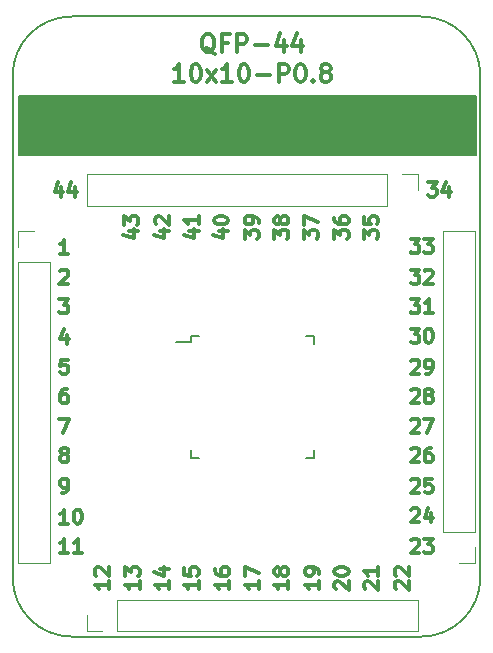
<source format=gbr>
G04 #@! TF.GenerationSoftware,KiCad,Pcbnew,5.1.4-e60b266~84~ubuntu19.04.1*
G04 #@! TF.CreationDate,2019-08-10T13:04:31+03:00*
G04 #@! TF.ProjectId,BRK-QFP-44-10x10-P0.8,42524b2d-5146-4502-9d34-342d31307831,v1.0*
G04 #@! TF.SameCoordinates,Original*
G04 #@! TF.FileFunction,Legend,Top*
G04 #@! TF.FilePolarity,Positive*
%FSLAX46Y46*%
G04 Gerber Fmt 4.6, Leading zero omitted, Abs format (unit mm)*
G04 Created by KiCad (PCBNEW 5.1.4-e60b266~84~ubuntu19.04.1) date 2019-08-10 13:04:31*
%MOMM*%
%LPD*%
G04 APERTURE LIST*
%ADD10C,0.300000*%
%ADD11C,0.150000*%
%ADD12C,0.120000*%
G04 APERTURE END LIST*
D10*
X42919285Y-44842857D02*
X42919285Y-45642857D01*
X42633571Y-44385714D02*
X42347857Y-45242857D01*
X43090714Y-45242857D01*
X44062142Y-44842857D02*
X44062142Y-45642857D01*
X43776428Y-44385714D02*
X43490714Y-45242857D01*
X44233571Y-45242857D01*
X48642857Y-48580714D02*
X49442857Y-48580714D01*
X48185714Y-48866428D02*
X49042857Y-49152142D01*
X49042857Y-48409285D01*
X48242857Y-48066428D02*
X48242857Y-47323571D01*
X48700000Y-47723571D01*
X48700000Y-47552142D01*
X48757142Y-47437857D01*
X48814285Y-47380714D01*
X48928571Y-47323571D01*
X49214285Y-47323571D01*
X49328571Y-47380714D01*
X49385714Y-47437857D01*
X49442857Y-47552142D01*
X49442857Y-47895000D01*
X49385714Y-48009285D01*
X49328571Y-48066428D01*
X51242857Y-48580714D02*
X52042857Y-48580714D01*
X50785714Y-48866428D02*
X51642857Y-49152142D01*
X51642857Y-48409285D01*
X50957142Y-48009285D02*
X50900000Y-47952142D01*
X50842857Y-47837857D01*
X50842857Y-47552142D01*
X50900000Y-47437857D01*
X50957142Y-47380714D01*
X51071428Y-47323571D01*
X51185714Y-47323571D01*
X51357142Y-47380714D01*
X52042857Y-48066428D01*
X52042857Y-47323571D01*
X53742857Y-48580714D02*
X54542857Y-48580714D01*
X53285714Y-48866428D02*
X54142857Y-49152142D01*
X54142857Y-48409285D01*
X54542857Y-47323571D02*
X54542857Y-48009285D01*
X54542857Y-47666428D02*
X53342857Y-47666428D01*
X53514285Y-47780714D01*
X53628571Y-47895000D01*
X53685714Y-48009285D01*
X56242857Y-48580714D02*
X57042857Y-48580714D01*
X55785714Y-48866428D02*
X56642857Y-49152142D01*
X56642857Y-48409285D01*
X55842857Y-47723571D02*
X55842857Y-47609285D01*
X55900000Y-47495000D01*
X55957142Y-47437857D01*
X56071428Y-47380714D01*
X56300000Y-47323571D01*
X56585714Y-47323571D01*
X56814285Y-47380714D01*
X56928571Y-47437857D01*
X56985714Y-47495000D01*
X57042857Y-47609285D01*
X57042857Y-47723571D01*
X56985714Y-47837857D01*
X56928571Y-47895000D01*
X56814285Y-47952142D01*
X56585714Y-48009285D01*
X56300000Y-48009285D01*
X56071428Y-47952142D01*
X55957142Y-47895000D01*
X55900000Y-47837857D01*
X55842857Y-47723571D01*
X58442857Y-49209285D02*
X58442857Y-48466428D01*
X58900000Y-48866428D01*
X58900000Y-48695000D01*
X58957142Y-48580714D01*
X59014285Y-48523571D01*
X59128571Y-48466428D01*
X59414285Y-48466428D01*
X59528571Y-48523571D01*
X59585714Y-48580714D01*
X59642857Y-48695000D01*
X59642857Y-49037857D01*
X59585714Y-49152142D01*
X59528571Y-49209285D01*
X59642857Y-47895000D02*
X59642857Y-47666428D01*
X59585714Y-47552142D01*
X59528571Y-47495000D01*
X59357142Y-47380714D01*
X59128571Y-47323571D01*
X58671428Y-47323571D01*
X58557142Y-47380714D01*
X58500000Y-47437857D01*
X58442857Y-47552142D01*
X58442857Y-47780714D01*
X58500000Y-47895000D01*
X58557142Y-47952142D01*
X58671428Y-48009285D01*
X58957142Y-48009285D01*
X59071428Y-47952142D01*
X59128571Y-47895000D01*
X59185714Y-47780714D01*
X59185714Y-47552142D01*
X59128571Y-47437857D01*
X59071428Y-47380714D01*
X58957142Y-47323571D01*
X60942857Y-49209285D02*
X60942857Y-48466428D01*
X61400000Y-48866428D01*
X61400000Y-48695000D01*
X61457142Y-48580714D01*
X61514285Y-48523571D01*
X61628571Y-48466428D01*
X61914285Y-48466428D01*
X62028571Y-48523571D01*
X62085714Y-48580714D01*
X62142857Y-48695000D01*
X62142857Y-49037857D01*
X62085714Y-49152142D01*
X62028571Y-49209285D01*
X61457142Y-47780714D02*
X61400000Y-47895000D01*
X61342857Y-47952142D01*
X61228571Y-48009285D01*
X61171428Y-48009285D01*
X61057142Y-47952142D01*
X61000000Y-47895000D01*
X60942857Y-47780714D01*
X60942857Y-47552142D01*
X61000000Y-47437857D01*
X61057142Y-47380714D01*
X61171428Y-47323571D01*
X61228571Y-47323571D01*
X61342857Y-47380714D01*
X61400000Y-47437857D01*
X61457142Y-47552142D01*
X61457142Y-47780714D01*
X61514285Y-47895000D01*
X61571428Y-47952142D01*
X61685714Y-48009285D01*
X61914285Y-48009285D01*
X62028571Y-47952142D01*
X62085714Y-47895000D01*
X62142857Y-47780714D01*
X62142857Y-47552142D01*
X62085714Y-47437857D01*
X62028571Y-47380714D01*
X61914285Y-47323571D01*
X61685714Y-47323571D01*
X61571428Y-47380714D01*
X61514285Y-47437857D01*
X61457142Y-47552142D01*
X63442857Y-49209285D02*
X63442857Y-48466428D01*
X63900000Y-48866428D01*
X63900000Y-48695000D01*
X63957142Y-48580714D01*
X64014285Y-48523571D01*
X64128571Y-48466428D01*
X64414285Y-48466428D01*
X64528571Y-48523571D01*
X64585714Y-48580714D01*
X64642857Y-48695000D01*
X64642857Y-49037857D01*
X64585714Y-49152142D01*
X64528571Y-49209285D01*
X63442857Y-48066428D02*
X63442857Y-47266428D01*
X64642857Y-47780714D01*
X66042857Y-49209285D02*
X66042857Y-48466428D01*
X66500000Y-48866428D01*
X66500000Y-48695000D01*
X66557142Y-48580714D01*
X66614285Y-48523571D01*
X66728571Y-48466428D01*
X67014285Y-48466428D01*
X67128571Y-48523571D01*
X67185714Y-48580714D01*
X67242857Y-48695000D01*
X67242857Y-49037857D01*
X67185714Y-49152142D01*
X67128571Y-49209285D01*
X66042857Y-47437857D02*
X66042857Y-47666428D01*
X66100000Y-47780714D01*
X66157142Y-47837857D01*
X66328571Y-47952142D01*
X66557142Y-48009285D01*
X67014285Y-48009285D01*
X67128571Y-47952142D01*
X67185714Y-47895000D01*
X67242857Y-47780714D01*
X67242857Y-47552142D01*
X67185714Y-47437857D01*
X67128571Y-47380714D01*
X67014285Y-47323571D01*
X66728571Y-47323571D01*
X66614285Y-47380714D01*
X66557142Y-47437857D01*
X66500000Y-47552142D01*
X66500000Y-47780714D01*
X66557142Y-47895000D01*
X66614285Y-47952142D01*
X66728571Y-48009285D01*
X68542857Y-49209285D02*
X68542857Y-48466428D01*
X69000000Y-48866428D01*
X69000000Y-48695000D01*
X69057142Y-48580714D01*
X69114285Y-48523571D01*
X69228571Y-48466428D01*
X69514285Y-48466428D01*
X69628571Y-48523571D01*
X69685714Y-48580714D01*
X69742857Y-48695000D01*
X69742857Y-49037857D01*
X69685714Y-49152142D01*
X69628571Y-49209285D01*
X68542857Y-47380714D02*
X68542857Y-47952142D01*
X69114285Y-48009285D01*
X69057142Y-47952142D01*
X69000000Y-47837857D01*
X69000000Y-47552142D01*
X69057142Y-47437857D01*
X69114285Y-47380714D01*
X69228571Y-47323571D01*
X69514285Y-47323571D01*
X69628571Y-47380714D01*
X69685714Y-47437857D01*
X69742857Y-47552142D01*
X69742857Y-47837857D01*
X69685714Y-47952142D01*
X69628571Y-48009285D01*
X73966428Y-44442857D02*
X74709285Y-44442857D01*
X74309285Y-44900000D01*
X74480714Y-44900000D01*
X74595000Y-44957142D01*
X74652142Y-45014285D01*
X74709285Y-45128571D01*
X74709285Y-45414285D01*
X74652142Y-45528571D01*
X74595000Y-45585714D01*
X74480714Y-45642857D01*
X74137857Y-45642857D01*
X74023571Y-45585714D01*
X73966428Y-45528571D01*
X75737857Y-44842857D02*
X75737857Y-45642857D01*
X75452142Y-44385714D02*
X75166428Y-45242857D01*
X75909285Y-45242857D01*
X72490714Y-49242857D02*
X73233571Y-49242857D01*
X72833571Y-49700000D01*
X73005000Y-49700000D01*
X73119285Y-49757142D01*
X73176428Y-49814285D01*
X73233571Y-49928571D01*
X73233571Y-50214285D01*
X73176428Y-50328571D01*
X73119285Y-50385714D01*
X73005000Y-50442857D01*
X72662142Y-50442857D01*
X72547857Y-50385714D01*
X72490714Y-50328571D01*
X73633571Y-49242857D02*
X74376428Y-49242857D01*
X73976428Y-49700000D01*
X74147857Y-49700000D01*
X74262142Y-49757142D01*
X74319285Y-49814285D01*
X74376428Y-49928571D01*
X74376428Y-50214285D01*
X74319285Y-50328571D01*
X74262142Y-50385714D01*
X74147857Y-50442857D01*
X73805000Y-50442857D01*
X73690714Y-50385714D01*
X73633571Y-50328571D01*
X72490714Y-51842857D02*
X73233571Y-51842857D01*
X72833571Y-52300000D01*
X73005000Y-52300000D01*
X73119285Y-52357142D01*
X73176428Y-52414285D01*
X73233571Y-52528571D01*
X73233571Y-52814285D01*
X73176428Y-52928571D01*
X73119285Y-52985714D01*
X73005000Y-53042857D01*
X72662142Y-53042857D01*
X72547857Y-52985714D01*
X72490714Y-52928571D01*
X73690714Y-51957142D02*
X73747857Y-51900000D01*
X73862142Y-51842857D01*
X74147857Y-51842857D01*
X74262142Y-51900000D01*
X74319285Y-51957142D01*
X74376428Y-52071428D01*
X74376428Y-52185714D01*
X74319285Y-52357142D01*
X73633571Y-53042857D01*
X74376428Y-53042857D01*
X72490714Y-54342857D02*
X73233571Y-54342857D01*
X72833571Y-54800000D01*
X73005000Y-54800000D01*
X73119285Y-54857142D01*
X73176428Y-54914285D01*
X73233571Y-55028571D01*
X73233571Y-55314285D01*
X73176428Y-55428571D01*
X73119285Y-55485714D01*
X73005000Y-55542857D01*
X72662142Y-55542857D01*
X72547857Y-55485714D01*
X72490714Y-55428571D01*
X74376428Y-55542857D02*
X73690714Y-55542857D01*
X74033571Y-55542857D02*
X74033571Y-54342857D01*
X73919285Y-54514285D01*
X73805000Y-54628571D01*
X73690714Y-54685714D01*
X72490714Y-56842857D02*
X73233571Y-56842857D01*
X72833571Y-57300000D01*
X73005000Y-57300000D01*
X73119285Y-57357142D01*
X73176428Y-57414285D01*
X73233571Y-57528571D01*
X73233571Y-57814285D01*
X73176428Y-57928571D01*
X73119285Y-57985714D01*
X73005000Y-58042857D01*
X72662142Y-58042857D01*
X72547857Y-57985714D01*
X72490714Y-57928571D01*
X73976428Y-56842857D02*
X74090714Y-56842857D01*
X74205000Y-56900000D01*
X74262142Y-56957142D01*
X74319285Y-57071428D01*
X74376428Y-57300000D01*
X74376428Y-57585714D01*
X74319285Y-57814285D01*
X74262142Y-57928571D01*
X74205000Y-57985714D01*
X74090714Y-58042857D01*
X73976428Y-58042857D01*
X73862142Y-57985714D01*
X73805000Y-57928571D01*
X73747857Y-57814285D01*
X73690714Y-57585714D01*
X73690714Y-57300000D01*
X73747857Y-57071428D01*
X73805000Y-56957142D01*
X73862142Y-56900000D01*
X73976428Y-56842857D01*
X72547857Y-59557142D02*
X72605000Y-59500000D01*
X72719285Y-59442857D01*
X73005000Y-59442857D01*
X73119285Y-59500000D01*
X73176428Y-59557142D01*
X73233571Y-59671428D01*
X73233571Y-59785714D01*
X73176428Y-59957142D01*
X72490714Y-60642857D01*
X73233571Y-60642857D01*
X73805000Y-60642857D02*
X74033571Y-60642857D01*
X74147857Y-60585714D01*
X74205000Y-60528571D01*
X74319285Y-60357142D01*
X74376428Y-60128571D01*
X74376428Y-59671428D01*
X74319285Y-59557142D01*
X74262142Y-59500000D01*
X74147857Y-59442857D01*
X73919285Y-59442857D01*
X73805000Y-59500000D01*
X73747857Y-59557142D01*
X73690714Y-59671428D01*
X73690714Y-59957142D01*
X73747857Y-60071428D01*
X73805000Y-60128571D01*
X73919285Y-60185714D01*
X74147857Y-60185714D01*
X74262142Y-60128571D01*
X74319285Y-60071428D01*
X74376428Y-59957142D01*
X72547857Y-62057142D02*
X72605000Y-62000000D01*
X72719285Y-61942857D01*
X73005000Y-61942857D01*
X73119285Y-62000000D01*
X73176428Y-62057142D01*
X73233571Y-62171428D01*
X73233571Y-62285714D01*
X73176428Y-62457142D01*
X72490714Y-63142857D01*
X73233571Y-63142857D01*
X73919285Y-62457142D02*
X73805000Y-62400000D01*
X73747857Y-62342857D01*
X73690714Y-62228571D01*
X73690714Y-62171428D01*
X73747857Y-62057142D01*
X73805000Y-62000000D01*
X73919285Y-61942857D01*
X74147857Y-61942857D01*
X74262142Y-62000000D01*
X74319285Y-62057142D01*
X74376428Y-62171428D01*
X74376428Y-62228571D01*
X74319285Y-62342857D01*
X74262142Y-62400000D01*
X74147857Y-62457142D01*
X73919285Y-62457142D01*
X73805000Y-62514285D01*
X73747857Y-62571428D01*
X73690714Y-62685714D01*
X73690714Y-62914285D01*
X73747857Y-63028571D01*
X73805000Y-63085714D01*
X73919285Y-63142857D01*
X74147857Y-63142857D01*
X74262142Y-63085714D01*
X74319285Y-63028571D01*
X74376428Y-62914285D01*
X74376428Y-62685714D01*
X74319285Y-62571428D01*
X74262142Y-62514285D01*
X74147857Y-62457142D01*
X72547857Y-64557142D02*
X72605000Y-64500000D01*
X72719285Y-64442857D01*
X73005000Y-64442857D01*
X73119285Y-64500000D01*
X73176428Y-64557142D01*
X73233571Y-64671428D01*
X73233571Y-64785714D01*
X73176428Y-64957142D01*
X72490714Y-65642857D01*
X73233571Y-65642857D01*
X73633571Y-64442857D02*
X74433571Y-64442857D01*
X73919285Y-65642857D01*
X72547857Y-67057142D02*
X72605000Y-67000000D01*
X72719285Y-66942857D01*
X73005000Y-66942857D01*
X73119285Y-67000000D01*
X73176428Y-67057142D01*
X73233571Y-67171428D01*
X73233571Y-67285714D01*
X73176428Y-67457142D01*
X72490714Y-68142857D01*
X73233571Y-68142857D01*
X74262142Y-66942857D02*
X74033571Y-66942857D01*
X73919285Y-67000000D01*
X73862142Y-67057142D01*
X73747857Y-67228571D01*
X73690714Y-67457142D01*
X73690714Y-67914285D01*
X73747857Y-68028571D01*
X73805000Y-68085714D01*
X73919285Y-68142857D01*
X74147857Y-68142857D01*
X74262142Y-68085714D01*
X74319285Y-68028571D01*
X74376428Y-67914285D01*
X74376428Y-67628571D01*
X74319285Y-67514285D01*
X74262142Y-67457142D01*
X74147857Y-67400000D01*
X73919285Y-67400000D01*
X73805000Y-67457142D01*
X73747857Y-67514285D01*
X73690714Y-67628571D01*
X72547857Y-69657142D02*
X72605000Y-69600000D01*
X72719285Y-69542857D01*
X73005000Y-69542857D01*
X73119285Y-69600000D01*
X73176428Y-69657142D01*
X73233571Y-69771428D01*
X73233571Y-69885714D01*
X73176428Y-70057142D01*
X72490714Y-70742857D01*
X73233571Y-70742857D01*
X74319285Y-69542857D02*
X73747857Y-69542857D01*
X73690714Y-70114285D01*
X73747857Y-70057142D01*
X73862142Y-70000000D01*
X74147857Y-70000000D01*
X74262142Y-70057142D01*
X74319285Y-70114285D01*
X74376428Y-70228571D01*
X74376428Y-70514285D01*
X74319285Y-70628571D01*
X74262142Y-70685714D01*
X74147857Y-70742857D01*
X73862142Y-70742857D01*
X73747857Y-70685714D01*
X73690714Y-70628571D01*
X72547857Y-72157142D02*
X72605000Y-72100000D01*
X72719285Y-72042857D01*
X73005000Y-72042857D01*
X73119285Y-72100000D01*
X73176428Y-72157142D01*
X73233571Y-72271428D01*
X73233571Y-72385714D01*
X73176428Y-72557142D01*
X72490714Y-73242857D01*
X73233571Y-73242857D01*
X74262142Y-72442857D02*
X74262142Y-73242857D01*
X73976428Y-71985714D02*
X73690714Y-72842857D01*
X74433571Y-72842857D01*
X72547857Y-74757142D02*
X72605000Y-74700000D01*
X72719285Y-74642857D01*
X73005000Y-74642857D01*
X73119285Y-74700000D01*
X73176428Y-74757142D01*
X73233571Y-74871428D01*
X73233571Y-74985714D01*
X73176428Y-75157142D01*
X72490714Y-75842857D01*
X73233571Y-75842857D01*
X73633571Y-74642857D02*
X74376428Y-74642857D01*
X73976428Y-75100000D01*
X74147857Y-75100000D01*
X74262142Y-75157142D01*
X74319285Y-75214285D01*
X74376428Y-75328571D01*
X74376428Y-75614285D01*
X74319285Y-75728571D01*
X74262142Y-75785714D01*
X74147857Y-75842857D01*
X73805000Y-75842857D01*
X73690714Y-75785714D01*
X73633571Y-75728571D01*
X71257142Y-78876428D02*
X71200000Y-78819285D01*
X71142857Y-78705000D01*
X71142857Y-78419285D01*
X71200000Y-78305000D01*
X71257142Y-78247857D01*
X71371428Y-78190714D01*
X71485714Y-78190714D01*
X71657142Y-78247857D01*
X72342857Y-78933571D01*
X72342857Y-78190714D01*
X71257142Y-77733571D02*
X71200000Y-77676428D01*
X71142857Y-77562142D01*
X71142857Y-77276428D01*
X71200000Y-77162142D01*
X71257142Y-77105000D01*
X71371428Y-77047857D01*
X71485714Y-77047857D01*
X71657142Y-77105000D01*
X72342857Y-77790714D01*
X72342857Y-77047857D01*
X68657142Y-78876428D02*
X68600000Y-78819285D01*
X68542857Y-78705000D01*
X68542857Y-78419285D01*
X68600000Y-78305000D01*
X68657142Y-78247857D01*
X68771428Y-78190714D01*
X68885714Y-78190714D01*
X69057142Y-78247857D01*
X69742857Y-78933571D01*
X69742857Y-78190714D01*
X69742857Y-77047857D02*
X69742857Y-77733571D01*
X69742857Y-77390714D02*
X68542857Y-77390714D01*
X68714285Y-77505000D01*
X68828571Y-77619285D01*
X68885714Y-77733571D01*
X66157142Y-78876428D02*
X66100000Y-78819285D01*
X66042857Y-78705000D01*
X66042857Y-78419285D01*
X66100000Y-78305000D01*
X66157142Y-78247857D01*
X66271428Y-78190714D01*
X66385714Y-78190714D01*
X66557142Y-78247857D01*
X67242857Y-78933571D01*
X67242857Y-78190714D01*
X66042857Y-77447857D02*
X66042857Y-77333571D01*
X66100000Y-77219285D01*
X66157142Y-77162142D01*
X66271428Y-77105000D01*
X66500000Y-77047857D01*
X66785714Y-77047857D01*
X67014285Y-77105000D01*
X67128571Y-77162142D01*
X67185714Y-77219285D01*
X67242857Y-77333571D01*
X67242857Y-77447857D01*
X67185714Y-77562142D01*
X67128571Y-77619285D01*
X67014285Y-77676428D01*
X66785714Y-77733571D01*
X66500000Y-77733571D01*
X66271428Y-77676428D01*
X66157142Y-77619285D01*
X66100000Y-77562142D01*
X66042857Y-77447857D01*
X64742857Y-78190714D02*
X64742857Y-78876428D01*
X64742857Y-78533571D02*
X63542857Y-78533571D01*
X63714285Y-78647857D01*
X63828571Y-78762142D01*
X63885714Y-78876428D01*
X64742857Y-77619285D02*
X64742857Y-77390714D01*
X64685714Y-77276428D01*
X64628571Y-77219285D01*
X64457142Y-77105000D01*
X64228571Y-77047857D01*
X63771428Y-77047857D01*
X63657142Y-77105000D01*
X63600000Y-77162142D01*
X63542857Y-77276428D01*
X63542857Y-77505000D01*
X63600000Y-77619285D01*
X63657142Y-77676428D01*
X63771428Y-77733571D01*
X64057142Y-77733571D01*
X64171428Y-77676428D01*
X64228571Y-77619285D01*
X64285714Y-77505000D01*
X64285714Y-77276428D01*
X64228571Y-77162142D01*
X64171428Y-77105000D01*
X64057142Y-77047857D01*
X62142857Y-78190714D02*
X62142857Y-78876428D01*
X62142857Y-78533571D02*
X60942857Y-78533571D01*
X61114285Y-78647857D01*
X61228571Y-78762142D01*
X61285714Y-78876428D01*
X61457142Y-77505000D02*
X61400000Y-77619285D01*
X61342857Y-77676428D01*
X61228571Y-77733571D01*
X61171428Y-77733571D01*
X61057142Y-77676428D01*
X61000000Y-77619285D01*
X60942857Y-77505000D01*
X60942857Y-77276428D01*
X61000000Y-77162142D01*
X61057142Y-77105000D01*
X61171428Y-77047857D01*
X61228571Y-77047857D01*
X61342857Y-77105000D01*
X61400000Y-77162142D01*
X61457142Y-77276428D01*
X61457142Y-77505000D01*
X61514285Y-77619285D01*
X61571428Y-77676428D01*
X61685714Y-77733571D01*
X61914285Y-77733571D01*
X62028571Y-77676428D01*
X62085714Y-77619285D01*
X62142857Y-77505000D01*
X62142857Y-77276428D01*
X62085714Y-77162142D01*
X62028571Y-77105000D01*
X61914285Y-77047857D01*
X61685714Y-77047857D01*
X61571428Y-77105000D01*
X61514285Y-77162142D01*
X61457142Y-77276428D01*
X59642857Y-78190714D02*
X59642857Y-78876428D01*
X59642857Y-78533571D02*
X58442857Y-78533571D01*
X58614285Y-78647857D01*
X58728571Y-78762142D01*
X58785714Y-78876428D01*
X58442857Y-77790714D02*
X58442857Y-76990714D01*
X59642857Y-77505000D01*
X57142857Y-78190714D02*
X57142857Y-78876428D01*
X57142857Y-78533571D02*
X55942857Y-78533571D01*
X56114285Y-78647857D01*
X56228571Y-78762142D01*
X56285714Y-78876428D01*
X55942857Y-77162142D02*
X55942857Y-77390714D01*
X56000000Y-77505000D01*
X56057142Y-77562142D01*
X56228571Y-77676428D01*
X56457142Y-77733571D01*
X56914285Y-77733571D01*
X57028571Y-77676428D01*
X57085714Y-77619285D01*
X57142857Y-77505000D01*
X57142857Y-77276428D01*
X57085714Y-77162142D01*
X57028571Y-77105000D01*
X56914285Y-77047857D01*
X56628571Y-77047857D01*
X56514285Y-77105000D01*
X56457142Y-77162142D01*
X56400000Y-77276428D01*
X56400000Y-77505000D01*
X56457142Y-77619285D01*
X56514285Y-77676428D01*
X56628571Y-77733571D01*
X54542857Y-78190714D02*
X54542857Y-78876428D01*
X54542857Y-78533571D02*
X53342857Y-78533571D01*
X53514285Y-78647857D01*
X53628571Y-78762142D01*
X53685714Y-78876428D01*
X53342857Y-77105000D02*
X53342857Y-77676428D01*
X53914285Y-77733571D01*
X53857142Y-77676428D01*
X53800000Y-77562142D01*
X53800000Y-77276428D01*
X53857142Y-77162142D01*
X53914285Y-77105000D01*
X54028571Y-77047857D01*
X54314285Y-77047857D01*
X54428571Y-77105000D01*
X54485714Y-77162142D01*
X54542857Y-77276428D01*
X54542857Y-77562142D01*
X54485714Y-77676428D01*
X54428571Y-77733571D01*
X52042857Y-78190714D02*
X52042857Y-78876428D01*
X52042857Y-78533571D02*
X50842857Y-78533571D01*
X51014285Y-78647857D01*
X51128571Y-78762142D01*
X51185714Y-78876428D01*
X51242857Y-77162142D02*
X52042857Y-77162142D01*
X50785714Y-77447857D02*
X51642857Y-77733571D01*
X51642857Y-76990714D01*
D11*
X73400000Y-30400000D02*
G75*
G02X78400000Y-35400000I0J-5000000D01*
G01*
X38800000Y-35400000D02*
G75*
G02X43800000Y-30400000I5000000J0D01*
G01*
X78400000Y-77900000D02*
G75*
G02X73400000Y-82900000I-5000000J0D01*
G01*
D10*
X43509285Y-73342857D02*
X42823571Y-73342857D01*
X43166428Y-73342857D02*
X43166428Y-72142857D01*
X43052142Y-72314285D01*
X42937857Y-72428571D01*
X42823571Y-72485714D01*
X44252142Y-72142857D02*
X44366428Y-72142857D01*
X44480714Y-72200000D01*
X44537857Y-72257142D01*
X44595000Y-72371428D01*
X44652142Y-72600000D01*
X44652142Y-72885714D01*
X44595000Y-73114285D01*
X44537857Y-73228571D01*
X44480714Y-73285714D01*
X44366428Y-73342857D01*
X44252142Y-73342857D01*
X44137857Y-73285714D01*
X44080714Y-73228571D01*
X44023571Y-73114285D01*
X43966428Y-72885714D01*
X43966428Y-72600000D01*
X44023571Y-72371428D01*
X44080714Y-72257142D01*
X44137857Y-72200000D01*
X44252142Y-72142857D01*
X42937857Y-70742857D02*
X43166428Y-70742857D01*
X43280714Y-70685714D01*
X43337857Y-70628571D01*
X43452142Y-70457142D01*
X43509285Y-70228571D01*
X43509285Y-69771428D01*
X43452142Y-69657142D01*
X43395000Y-69600000D01*
X43280714Y-69542857D01*
X43052142Y-69542857D01*
X42937857Y-69600000D01*
X42880714Y-69657142D01*
X42823571Y-69771428D01*
X42823571Y-70057142D01*
X42880714Y-70171428D01*
X42937857Y-70228571D01*
X43052142Y-70285714D01*
X43280714Y-70285714D01*
X43395000Y-70228571D01*
X43452142Y-70171428D01*
X43509285Y-70057142D01*
X43052142Y-67457142D02*
X42937857Y-67400000D01*
X42880714Y-67342857D01*
X42823571Y-67228571D01*
X42823571Y-67171428D01*
X42880714Y-67057142D01*
X42937857Y-67000000D01*
X43052142Y-66942857D01*
X43280714Y-66942857D01*
X43395000Y-67000000D01*
X43452142Y-67057142D01*
X43509285Y-67171428D01*
X43509285Y-67228571D01*
X43452142Y-67342857D01*
X43395000Y-67400000D01*
X43280714Y-67457142D01*
X43052142Y-67457142D01*
X42937857Y-67514285D01*
X42880714Y-67571428D01*
X42823571Y-67685714D01*
X42823571Y-67914285D01*
X42880714Y-68028571D01*
X42937857Y-68085714D01*
X43052142Y-68142857D01*
X43280714Y-68142857D01*
X43395000Y-68085714D01*
X43452142Y-68028571D01*
X43509285Y-67914285D01*
X43509285Y-67685714D01*
X43452142Y-67571428D01*
X43395000Y-67514285D01*
X43280714Y-67457142D01*
X42766428Y-64442857D02*
X43566428Y-64442857D01*
X43052142Y-65642857D01*
X43395000Y-61942857D02*
X43166428Y-61942857D01*
X43052142Y-62000000D01*
X42995000Y-62057142D01*
X42880714Y-62228571D01*
X42823571Y-62457142D01*
X42823571Y-62914285D01*
X42880714Y-63028571D01*
X42937857Y-63085714D01*
X43052142Y-63142857D01*
X43280714Y-63142857D01*
X43395000Y-63085714D01*
X43452142Y-63028571D01*
X43509285Y-62914285D01*
X43509285Y-62628571D01*
X43452142Y-62514285D01*
X43395000Y-62457142D01*
X43280714Y-62400000D01*
X43052142Y-62400000D01*
X42937857Y-62457142D01*
X42880714Y-62514285D01*
X42823571Y-62628571D01*
X43452142Y-59442857D02*
X42880714Y-59442857D01*
X42823571Y-60014285D01*
X42880714Y-59957142D01*
X42995000Y-59900000D01*
X43280714Y-59900000D01*
X43395000Y-59957142D01*
X43452142Y-60014285D01*
X43509285Y-60128571D01*
X43509285Y-60414285D01*
X43452142Y-60528571D01*
X43395000Y-60585714D01*
X43280714Y-60642857D01*
X42995000Y-60642857D01*
X42880714Y-60585714D01*
X42823571Y-60528571D01*
X43395000Y-57342857D02*
X43395000Y-58142857D01*
X43109285Y-56885714D02*
X42823571Y-57742857D01*
X43566428Y-57742857D01*
X42766428Y-54342857D02*
X43509285Y-54342857D01*
X43109285Y-54800000D01*
X43280714Y-54800000D01*
X43395000Y-54857142D01*
X43452142Y-54914285D01*
X43509285Y-55028571D01*
X43509285Y-55314285D01*
X43452142Y-55428571D01*
X43395000Y-55485714D01*
X43280714Y-55542857D01*
X42937857Y-55542857D01*
X42823571Y-55485714D01*
X42766428Y-55428571D01*
X49542857Y-78190714D02*
X49542857Y-78876428D01*
X49542857Y-78533571D02*
X48342857Y-78533571D01*
X48514285Y-78647857D01*
X48628571Y-78762142D01*
X48685714Y-78876428D01*
X48342857Y-77790714D02*
X48342857Y-77047857D01*
X48800000Y-77447857D01*
X48800000Y-77276428D01*
X48857142Y-77162142D01*
X48914285Y-77105000D01*
X49028571Y-77047857D01*
X49314285Y-77047857D01*
X49428571Y-77105000D01*
X49485714Y-77162142D01*
X49542857Y-77276428D01*
X49542857Y-77619285D01*
X49485714Y-77733571D01*
X49428571Y-77790714D01*
X46942857Y-78190714D02*
X46942857Y-78876428D01*
X46942857Y-78533571D02*
X45742857Y-78533571D01*
X45914285Y-78647857D01*
X46028571Y-78762142D01*
X46085714Y-78876428D01*
X45857142Y-77733571D02*
X45800000Y-77676428D01*
X45742857Y-77562142D01*
X45742857Y-77276428D01*
X45800000Y-77162142D01*
X45857142Y-77105000D01*
X45971428Y-77047857D01*
X46085714Y-77047857D01*
X46257142Y-77105000D01*
X46942857Y-77790714D01*
X46942857Y-77047857D01*
X43509285Y-75842857D02*
X42823571Y-75842857D01*
X43166428Y-75842857D02*
X43166428Y-74642857D01*
X43052142Y-74814285D01*
X42937857Y-74928571D01*
X42823571Y-74985714D01*
X44652142Y-75842857D02*
X43966428Y-75842857D01*
X44309285Y-75842857D02*
X44309285Y-74642857D01*
X44195000Y-74814285D01*
X44080714Y-74928571D01*
X43966428Y-74985714D01*
X42823571Y-51957142D02*
X42880714Y-51900000D01*
X42995000Y-51842857D01*
X43280714Y-51842857D01*
X43395000Y-51900000D01*
X43452142Y-51957142D01*
X43509285Y-52071428D01*
X43509285Y-52185714D01*
X43452142Y-52357142D01*
X42766428Y-53042857D01*
X43509285Y-53042857D01*
D11*
X43800000Y-82900000D02*
G75*
G02X38800000Y-77900000I0J5000000D01*
G01*
D10*
X43509285Y-50542857D02*
X42823571Y-50542857D01*
X43166428Y-50542857D02*
X43166428Y-49342857D01*
X43052142Y-49514285D01*
X42937857Y-49628571D01*
X42823571Y-49685714D01*
D11*
X73400000Y-82900000D02*
X43800000Y-82900000D01*
G36*
X78000000Y-42100000D02*
G01*
X39300000Y-42100000D01*
X39300000Y-37100000D01*
X78000000Y-37100000D01*
X78000000Y-42100000D01*
G37*
X78000000Y-42100000D02*
X39300000Y-42100000D01*
X39300000Y-37100000D01*
X78000000Y-37100000D01*
X78000000Y-42100000D01*
X78400000Y-35400000D02*
X78400000Y-77900000D01*
D10*
X55921428Y-33546428D02*
X55778571Y-33475000D01*
X55635714Y-33332142D01*
X55421428Y-33117857D01*
X55278571Y-33046428D01*
X55135714Y-33046428D01*
X55207142Y-33403571D02*
X55064285Y-33332142D01*
X54921428Y-33189285D01*
X54850000Y-32903571D01*
X54850000Y-32403571D01*
X54921428Y-32117857D01*
X55064285Y-31975000D01*
X55207142Y-31903571D01*
X55492857Y-31903571D01*
X55635714Y-31975000D01*
X55778571Y-32117857D01*
X55850000Y-32403571D01*
X55850000Y-32903571D01*
X55778571Y-33189285D01*
X55635714Y-33332142D01*
X55492857Y-33403571D01*
X55207142Y-33403571D01*
X56992857Y-32617857D02*
X56492857Y-32617857D01*
X56492857Y-33403571D02*
X56492857Y-31903571D01*
X57207142Y-31903571D01*
X57778571Y-33403571D02*
X57778571Y-31903571D01*
X58350000Y-31903571D01*
X58492857Y-31975000D01*
X58564285Y-32046428D01*
X58635714Y-32189285D01*
X58635714Y-32403571D01*
X58564285Y-32546428D01*
X58492857Y-32617857D01*
X58350000Y-32689285D01*
X57778571Y-32689285D01*
X59278571Y-32832142D02*
X60421428Y-32832142D01*
X61778571Y-32403571D02*
X61778571Y-33403571D01*
X61421428Y-31832142D02*
X61064285Y-32903571D01*
X61992857Y-32903571D01*
X63207142Y-32403571D02*
X63207142Y-33403571D01*
X62850000Y-31832142D02*
X62492857Y-32903571D01*
X63421428Y-32903571D01*
X53314285Y-35953571D02*
X52457142Y-35953571D01*
X52885714Y-35953571D02*
X52885714Y-34453571D01*
X52742857Y-34667857D01*
X52599999Y-34810714D01*
X52457142Y-34882142D01*
X54242857Y-34453571D02*
X54385714Y-34453571D01*
X54528571Y-34525000D01*
X54599999Y-34596428D01*
X54671428Y-34739285D01*
X54742857Y-35025000D01*
X54742857Y-35382142D01*
X54671428Y-35667857D01*
X54599999Y-35810714D01*
X54528571Y-35882142D01*
X54385714Y-35953571D01*
X54242857Y-35953571D01*
X54099999Y-35882142D01*
X54028571Y-35810714D01*
X53957142Y-35667857D01*
X53885714Y-35382142D01*
X53885714Y-35025000D01*
X53957142Y-34739285D01*
X54028571Y-34596428D01*
X54099999Y-34525000D01*
X54242857Y-34453571D01*
X55242857Y-35953571D02*
X56028571Y-34953571D01*
X55242857Y-34953571D02*
X56028571Y-35953571D01*
X57385714Y-35953571D02*
X56528571Y-35953571D01*
X56957142Y-35953571D02*
X56957142Y-34453571D01*
X56814285Y-34667857D01*
X56671428Y-34810714D01*
X56528571Y-34882142D01*
X58314285Y-34453571D02*
X58457142Y-34453571D01*
X58599999Y-34525000D01*
X58671428Y-34596428D01*
X58742857Y-34739285D01*
X58814285Y-35025000D01*
X58814285Y-35382142D01*
X58742857Y-35667857D01*
X58671428Y-35810714D01*
X58599999Y-35882142D01*
X58457142Y-35953571D01*
X58314285Y-35953571D01*
X58171428Y-35882142D01*
X58099999Y-35810714D01*
X58028571Y-35667857D01*
X57957142Y-35382142D01*
X57957142Y-35025000D01*
X58028571Y-34739285D01*
X58099999Y-34596428D01*
X58171428Y-34525000D01*
X58314285Y-34453571D01*
X59457142Y-35382142D02*
X60599999Y-35382142D01*
X61314285Y-35953571D02*
X61314285Y-34453571D01*
X61885714Y-34453571D01*
X62028571Y-34525000D01*
X62099999Y-34596428D01*
X62171428Y-34739285D01*
X62171428Y-34953571D01*
X62099999Y-35096428D01*
X62028571Y-35167857D01*
X61885714Y-35239285D01*
X61314285Y-35239285D01*
X63099999Y-34453571D02*
X63242857Y-34453571D01*
X63385714Y-34525000D01*
X63457142Y-34596428D01*
X63528571Y-34739285D01*
X63599999Y-35025000D01*
X63599999Y-35382142D01*
X63528571Y-35667857D01*
X63457142Y-35810714D01*
X63385714Y-35882142D01*
X63242857Y-35953571D01*
X63099999Y-35953571D01*
X62957142Y-35882142D01*
X62885714Y-35810714D01*
X62814285Y-35667857D01*
X62742857Y-35382142D01*
X62742857Y-35025000D01*
X62814285Y-34739285D01*
X62885714Y-34596428D01*
X62957142Y-34525000D01*
X63099999Y-34453571D01*
X64242857Y-35810714D02*
X64314285Y-35882142D01*
X64242857Y-35953571D01*
X64171428Y-35882142D01*
X64242857Y-35810714D01*
X64242857Y-35953571D01*
X65171428Y-35096428D02*
X65028571Y-35025000D01*
X64957142Y-34953571D01*
X64885714Y-34810714D01*
X64885714Y-34739285D01*
X64957142Y-34596428D01*
X65028571Y-34525000D01*
X65171428Y-34453571D01*
X65457142Y-34453571D01*
X65599999Y-34525000D01*
X65671428Y-34596428D01*
X65742857Y-34739285D01*
X65742857Y-34810714D01*
X65671428Y-34953571D01*
X65599999Y-35025000D01*
X65457142Y-35096428D01*
X65171428Y-35096428D01*
X65028571Y-35167857D01*
X64957142Y-35239285D01*
X64885714Y-35382142D01*
X64885714Y-35667857D01*
X64957142Y-35810714D01*
X65028571Y-35882142D01*
X65171428Y-35953571D01*
X65457142Y-35953571D01*
X65599999Y-35882142D01*
X65671428Y-35810714D01*
X65742857Y-35667857D01*
X65742857Y-35382142D01*
X65671428Y-35239285D01*
X65599999Y-35167857D01*
X65457142Y-35096428D01*
D11*
X43800000Y-30400000D02*
X73400000Y-30400000D01*
X38800000Y-77900000D02*
X38800000Y-35400000D01*
X53925000Y-58000000D02*
X52650000Y-58000000D01*
X64275000Y-57425000D02*
X63600000Y-57425000D01*
X64275000Y-67775000D02*
X63600000Y-67775000D01*
X53925000Y-67775000D02*
X54600000Y-67775000D01*
X53925000Y-57425000D02*
X54600000Y-57425000D01*
X53925000Y-67775000D02*
X53925000Y-67100000D01*
X64275000Y-67775000D02*
X64275000Y-67100000D01*
X64275000Y-57425000D02*
X64275000Y-58100000D01*
X53925000Y-57425000D02*
X53925000Y-58000000D01*
D12*
X73130000Y-43770000D02*
X73130000Y-45100000D01*
X71800000Y-43770000D02*
X73130000Y-43770000D01*
X70530000Y-43770000D02*
X70530000Y-46430000D01*
X70530000Y-46430000D02*
X45070000Y-46430000D01*
X70530000Y-43770000D02*
X45070000Y-43770000D01*
X45070000Y-43770000D02*
X45070000Y-46430000D01*
X77930000Y-76630000D02*
X76600000Y-76630000D01*
X77930000Y-75300000D02*
X77930000Y-76630000D01*
X77930000Y-74030000D02*
X75270000Y-74030000D01*
X75270000Y-74030000D02*
X75270000Y-48570000D01*
X77930000Y-74030000D02*
X77930000Y-48570000D01*
X77930000Y-48570000D02*
X75270000Y-48570000D01*
X45070000Y-82430000D02*
X45070000Y-81100000D01*
X46400000Y-82430000D02*
X45070000Y-82430000D01*
X47670000Y-82430000D02*
X47670000Y-79770000D01*
X47670000Y-79770000D02*
X73130000Y-79770000D01*
X47670000Y-82430000D02*
X73130000Y-82430000D01*
X73130000Y-82430000D02*
X73130000Y-79770000D01*
X39270000Y-48570000D02*
X40600000Y-48570000D01*
X39270000Y-49900000D02*
X39270000Y-48570000D01*
X39270000Y-51170000D02*
X41930000Y-51170000D01*
X41930000Y-51170000D02*
X41930000Y-76630000D01*
X39270000Y-51170000D02*
X39270000Y-76630000D01*
X39270000Y-76630000D02*
X41930000Y-76630000D01*
M02*

</source>
